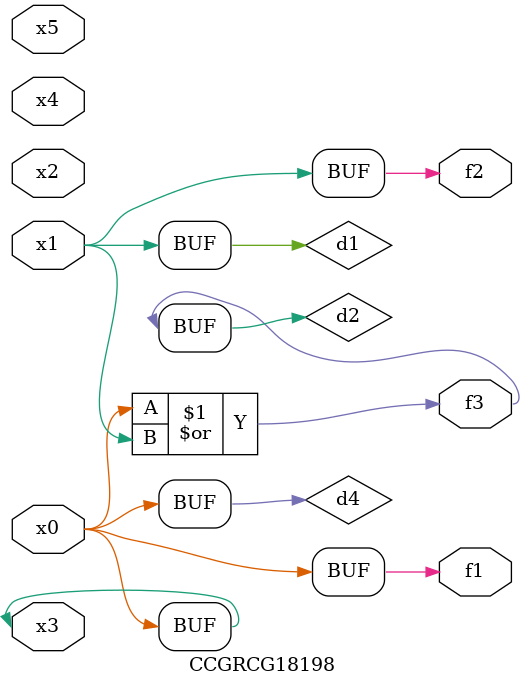
<source format=v>
module CCGRCG18198(
	input x0, x1, x2, x3, x4, x5,
	output f1, f2, f3
);

	wire d1, d2, d3, d4;

	and (d1, x1);
	or (d2, x0, x1);
	nand (d3, x0, x5);
	buf (d4, x0, x3);
	assign f1 = d4;
	assign f2 = d1;
	assign f3 = d2;
endmodule

</source>
